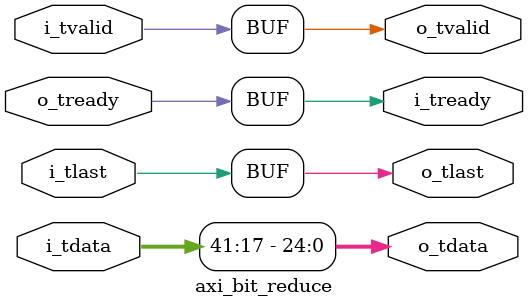
<source format=v>


module axi_bit_reduce
  #(parameter WIDTH_IN=48,
    parameter WIDTH_OUT=25,
    parameter DROP_TOP=6,
    parameter VECTOR_WIDTH=1)   // vector_width = 2 for complex, 1 for real
   (input [VECTOR_WIDTH*WIDTH_IN-1:0] i_tdata, input i_tlast, input i_tvalid, output i_tready,
    output [VECTOR_WIDTH*WIDTH_OUT-1:0] o_tdata, output o_tlast, output o_tvalid, input o_tready);

   genvar 				i;
   generate
      for(i=0; i<VECTOR_WIDTH; i=i+1)
	assign o_tdata[(i+1)*WIDTH_OUT-1:i*WIDTH_OUT] = i_tdata[(i+1)*WIDTH_IN-DROP_TOP-1:i*WIDTH_IN+(WIDTH_IN-WIDTH_OUT)-DROP_TOP];
   endgenerate

   assign o_tlast = i_tlast;
   assign o_tvalid = i_tvalid;
   assign i_tready = o_tready;

endmodule // axi_bit_sel

</source>
